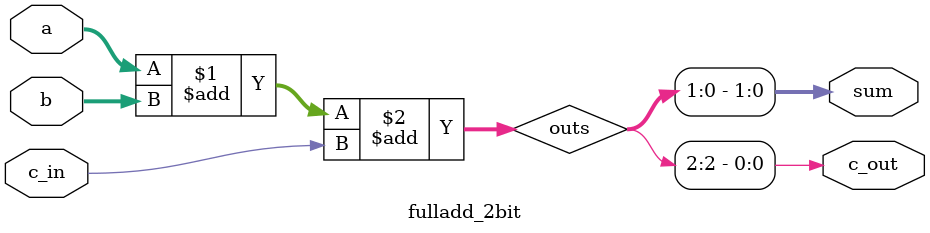
<source format=v>
module fulladd_2bit(
					input[1:0] a, b, input c_in,
					output c_out, output[1:0] sum
					);

	wire[2:0] outs;
	
	assign outs = a + b + c_in;
	assign c_out = outs[2];
	assign sum = outs[1:0];
endmodule


</source>
